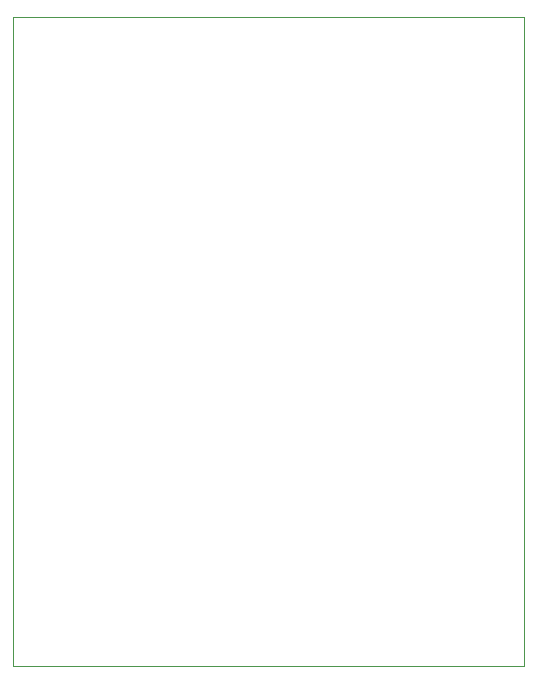
<source format=gbr>
%TF.GenerationSoftware,KiCad,Pcbnew,7.0.9*%
%TF.CreationDate,2024-03-13T22:21:00+01:00*%
%TF.ProjectId,Backlighting_PCB,4261636b-6c69-4676-9874-696e675f5043,rev?*%
%TF.SameCoordinates,Original*%
%TF.FileFunction,Profile,NP*%
%FSLAX46Y46*%
G04 Gerber Fmt 4.6, Leading zero omitted, Abs format (unit mm)*
G04 Created by KiCad (PCBNEW 7.0.9) date 2024-03-13 22:21:00*
%MOMM*%
%LPD*%
G01*
G04 APERTURE LIST*
%TA.AperFunction,Profile*%
%ADD10C,0.100000*%
%TD*%
G04 APERTURE END LIST*
D10*
X57500000Y-25000000D02*
X100750000Y-25000000D01*
X100750000Y-80000000D01*
X57500000Y-80000000D01*
X57500000Y-25000000D01*
M02*

</source>
